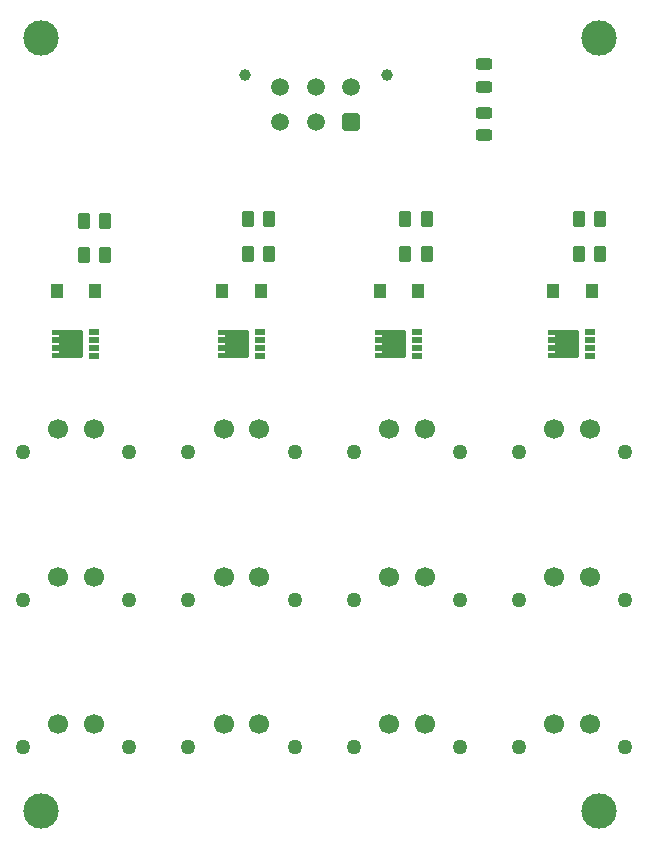
<source format=gbr>
%TF.GenerationSoftware,KiCad,Pcbnew,(6.0.7)*%
%TF.CreationDate,2022-12-02T21:15:14-06:00*%
%TF.ProjectId,BPS-Fan,4250532d-4661-46e2-9e6b-696361645f70,rev?*%
%TF.SameCoordinates,Original*%
%TF.FileFunction,Soldermask,Top*%
%TF.FilePolarity,Negative*%
%FSLAX46Y46*%
G04 Gerber Fmt 4.6, Leading zero omitted, Abs format (unit mm)*
G04 Created by KiCad (PCBNEW (6.0.7)) date 2022-12-02 21:15:14*
%MOMM*%
%LPD*%
G01*
G04 APERTURE LIST*
G04 Aperture macros list*
%AMRoundRect*
0 Rectangle with rounded corners*
0 $1 Rounding radius*
0 $2 $3 $4 $5 $6 $7 $8 $9 X,Y pos of 4 corners*
0 Add a 4 corners polygon primitive as box body*
4,1,4,$2,$3,$4,$5,$6,$7,$8,$9,$2,$3,0*
0 Add four circle primitives for the rounded corners*
1,1,$1+$1,$2,$3*
1,1,$1+$1,$4,$5*
1,1,$1+$1,$6,$7*
1,1,$1+$1,$8,$9*
0 Add four rect primitives between the rounded corners*
20,1,$1+$1,$2,$3,$4,$5,0*
20,1,$1+$1,$4,$5,$6,$7,0*
20,1,$1+$1,$6,$7,$8,$9,0*
20,1,$1+$1,$8,$9,$2,$3,0*%
%AMFreePoly0*
4,1,43,1.580355,1.210355,1.595000,1.175000,1.595000,0.775000,1.580355,0.739645,1.545000,0.725000,0.975000,0.725000,0.975000,0.575000,1.545000,0.575000,1.580355,0.560355,1.595000,0.525000,1.595000,0.125000,1.580355,0.089645,1.545000,0.075000,0.975000,0.075000,0.975000,-0.075000,1.545000,-0.075000,1.580355,-0.089645,1.595000,-0.125000,1.595000,-0.525000,1.580355,-0.560355,
1.545000,-0.575000,0.975000,-0.575000,0.975000,-0.725000,1.545000,-0.725000,1.580355,-0.739645,1.595000,-0.775000,1.595000,-1.175000,1.580355,-1.210355,1.545000,-1.225000,0.925000,-1.225000,0.889645,-1.210355,0.875000,-1.175000,-0.925000,-1.175000,-0.960355,-1.160355,-0.975000,-1.125000,-0.975000,1.125000,-0.960355,1.160355,-0.925000,1.175000,0.875000,1.175000,0.889645,1.210355,
0.925000,1.225000,1.545000,1.225000,1.580355,1.210355,1.580355,1.210355,$1*%
G04 Aperture macros list end*
%ADD10C,3.000000*%
%ADD11RoundRect,0.243750X0.456250X-0.243750X0.456250X0.243750X-0.456250X0.243750X-0.456250X-0.243750X0*%
%ADD12RoundRect,0.243750X-0.456250X0.243750X-0.456250X-0.243750X0.456250X-0.243750X0.456250X0.243750X0*%
%ADD13C,1.270000*%
%ADD14C,1.700000*%
%ADD15RoundRect,0.250000X-0.262500X-0.450000X0.262500X-0.450000X0.262500X0.450000X-0.262500X0.450000X0*%
%ADD16RoundRect,0.050000X0.415000X0.200000X-0.415000X0.200000X-0.415000X-0.200000X0.415000X-0.200000X0*%
%ADD17FreePoly0,180.000000*%
%ADD18R,1.041400X1.193800*%
%ADD19RoundRect,0.250000X0.262500X0.450000X-0.262500X0.450000X-0.262500X-0.450000X0.262500X-0.450000X0*%
%ADD20C,1.000000*%
%ADD21RoundRect,0.250001X0.499999X0.499999X-0.499999X0.499999X-0.499999X-0.499999X0.499999X-0.499999X0*%
%ADD22C,1.500000*%
G04 APERTURE END LIST*
D10*
%TO.C,H1*%
X133496800Y-45695600D03*
%TD*%
%TO.C,H2*%
X180796762Y-111145610D03*
%TD*%
%TO.C,H4*%
X133496762Y-111145610D03*
%TD*%
%TO.C,H3*%
X180796800Y-45695600D03*
%TD*%
D11*
%TO.C,R1*%
X171000000Y-49800000D03*
X171000000Y-47925000D03*
%TD*%
D12*
%TO.C,LED1*%
X171000000Y-52062500D03*
X171000000Y-53937500D03*
%TD*%
D13*
%TO.C,J5*%
X146000000Y-80760610D03*
X155000000Y-80760610D03*
D14*
X152000000Y-78800610D03*
X149000000Y-78800610D03*
%TD*%
D15*
%TO.C,R4*%
X166171762Y-60995610D03*
X164346762Y-60995610D03*
%TD*%
D13*
%TO.C,J13*%
X183000000Y-105760610D03*
X174000000Y-105760610D03*
D14*
X180000000Y-103800610D03*
X177000000Y-103800610D03*
%TD*%
D13*
%TO.C,J2*%
X141000000Y-80760610D03*
X132000000Y-80760610D03*
D14*
X138000000Y-78800610D03*
X135000000Y-78800610D03*
%TD*%
D16*
%TO.C,Q4*%
X180035000Y-72575000D03*
X180035000Y-71925000D03*
X180035000Y-71275000D03*
X180035000Y-70625000D03*
D17*
X178095000Y-71600000D03*
%TD*%
D18*
%TO.C,D4*%
X180138300Y-67100000D03*
X176861700Y-67100000D03*
%TD*%
D13*
%TO.C,J8*%
X160000000Y-80760610D03*
X169000000Y-80760610D03*
D14*
X166000000Y-78800610D03*
X163000000Y-78800610D03*
%TD*%
D19*
%TO.C,R9*%
X179046762Y-64000000D03*
X180871762Y-64000000D03*
%TD*%
D15*
%TO.C,R2*%
X138971762Y-61145610D03*
X137146762Y-61145610D03*
%TD*%
D18*
%TO.C,D3*%
X165483300Y-67100000D03*
X162206700Y-67100000D03*
%TD*%
D13*
%TO.C,J7*%
X146000000Y-105760610D03*
X155000000Y-105760610D03*
D14*
X152000000Y-103800610D03*
X149000000Y-103800610D03*
%TD*%
D13*
%TO.C,J3*%
X132000000Y-93260610D03*
X141000000Y-93260610D03*
D14*
X138000000Y-91300610D03*
X135000000Y-91300610D03*
%TD*%
D18*
%TO.C,D1*%
X138138300Y-67100000D03*
X134861700Y-67100000D03*
%TD*%
D13*
%TO.C,J9*%
X169000000Y-93260610D03*
X160000000Y-93260610D03*
D14*
X166000000Y-91300610D03*
X163000000Y-91300610D03*
%TD*%
D20*
%TO.C,J1*%
X150800000Y-48860000D03*
X162800000Y-48860000D03*
D21*
X159800000Y-52800000D03*
D22*
X156800000Y-52800000D03*
X153800000Y-52800000D03*
X159800000Y-49800000D03*
X156800000Y-49800000D03*
X153800000Y-49800000D03*
%TD*%
D13*
%TO.C,J6*%
X146000000Y-93260610D03*
X155000000Y-93260610D03*
D14*
X152000000Y-91300610D03*
X149000000Y-91300610D03*
%TD*%
D16*
%TO.C,Q1*%
X138035000Y-72575000D03*
X138035000Y-71925000D03*
X138035000Y-71275000D03*
X138035000Y-70625000D03*
D17*
X136095000Y-71600000D03*
%TD*%
D19*
%TO.C,R8*%
X166171762Y-63995610D03*
X164346762Y-63995610D03*
%TD*%
%TO.C,R6*%
X137146762Y-64045610D03*
X138971762Y-64045610D03*
%TD*%
D16*
%TO.C,Q3*%
X165380000Y-72575000D03*
X165380000Y-71925000D03*
X165380000Y-71275000D03*
X165380000Y-70625000D03*
D17*
X163440000Y-71600000D03*
%TD*%
D13*
%TO.C,J4*%
X141000000Y-105760610D03*
X132000000Y-105760610D03*
D14*
X138000000Y-103800610D03*
X135000000Y-103800610D03*
%TD*%
D16*
%TO.C,Q2*%
X152035000Y-72575000D03*
X152035000Y-71925000D03*
X152035000Y-71275000D03*
X152035000Y-70625000D03*
D17*
X150095000Y-71600000D03*
%TD*%
D13*
%TO.C,J10*%
X160000000Y-105760610D03*
X169000000Y-105760610D03*
D14*
X166000000Y-103800610D03*
X163000000Y-103800610D03*
%TD*%
D18*
%TO.C,D2*%
X152138300Y-67100000D03*
X148861700Y-67100000D03*
%TD*%
D13*
%TO.C,J12*%
X174000000Y-93260610D03*
X183000000Y-93260610D03*
D14*
X180000000Y-91300610D03*
X177000000Y-91300610D03*
%TD*%
D19*
%TO.C,R7*%
X151021762Y-64020610D03*
X152846762Y-64020610D03*
%TD*%
D15*
%TO.C,R3*%
X151021762Y-61020610D03*
X152846762Y-61020610D03*
%TD*%
%TO.C,R5*%
X180871762Y-61000000D03*
X179046762Y-61000000D03*
%TD*%
D13*
%TO.C,J11*%
X183000000Y-80760610D03*
X174000000Y-80760610D03*
D14*
X180000000Y-78800610D03*
X177000000Y-78800610D03*
%TD*%
M02*

</source>
